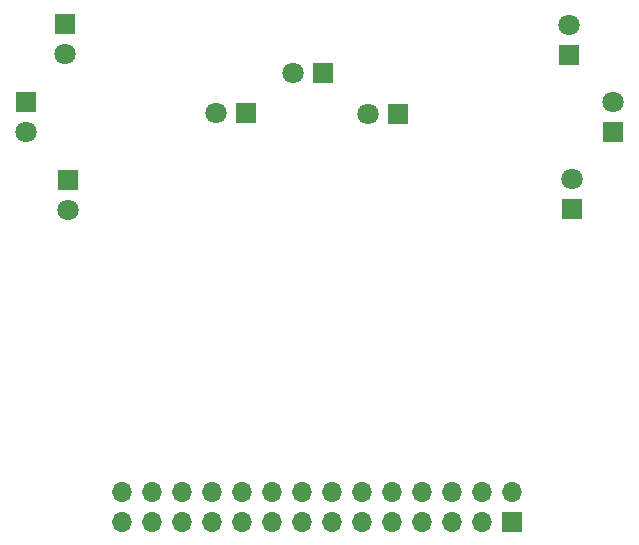
<source format=gbr>
%TF.GenerationSoftware,KiCad,Pcbnew,(7.0.0)*%
%TF.CreationDate,2024-03-24T15:02:48+02:00*%
%TF.ProjectId,MMPCB,4d4d5043-422e-46b6-9963-61645f706362,rev?*%
%TF.SameCoordinates,Original*%
%TF.FileFunction,Soldermask,Bot*%
%TF.FilePolarity,Negative*%
%FSLAX46Y46*%
G04 Gerber Fmt 4.6, Leading zero omitted, Abs format (unit mm)*
G04 Created by KiCad (PCBNEW (7.0.0)) date 2024-03-24 15:02:48*
%MOMM*%
%LPD*%
G01*
G04 APERTURE LIST*
%ADD10R,1.800000X1.800000*%
%ADD11C,1.800000*%
%ADD12R,1.700000X1.700000*%
%ADD13O,1.700000X1.700000*%
G04 APERTURE END LIST*
D10*
%TO.C,Q6*%
X170074999Y-108749999D03*
D11*
X170075000Y-106210000D03*
%TD*%
D10*
%TO.C,Q5*%
X145449999Y-103824999D03*
D11*
X142910000Y-103825000D03*
%TD*%
D10*
%TO.C,Q4*%
X120324999Y-106249999D03*
D11*
X120325000Y-108790000D03*
%TD*%
D12*
%TO.C,J1*%
X161519999Y-141799999D03*
D13*
X161519999Y-139259999D03*
X158979999Y-141799999D03*
X158979999Y-139259999D03*
X156439999Y-141799999D03*
X156439999Y-139259999D03*
X153899999Y-141799999D03*
X153899999Y-139259999D03*
X151359999Y-141799999D03*
X151359999Y-139259999D03*
X148819999Y-141799999D03*
X148819999Y-139259999D03*
X146279999Y-141799999D03*
X146279999Y-139259999D03*
X143739999Y-141799999D03*
X143739999Y-139259999D03*
X141199999Y-141799999D03*
X141199999Y-139259999D03*
X138659999Y-141799999D03*
X138659999Y-139259999D03*
X136119999Y-141799999D03*
X136119999Y-139259999D03*
X133579999Y-141799999D03*
X133579999Y-139259999D03*
X131039999Y-141799999D03*
X131039999Y-139259999D03*
X128499999Y-141799999D03*
X128499999Y-139259999D03*
%TD*%
D10*
%TO.C,D6*%
X166524999Y-115274999D03*
D11*
X166525000Y-112735000D03*
%TD*%
%TO.C,D5*%
X166325000Y-99735000D03*
D10*
X166324999Y-102274999D03*
%TD*%
D11*
%TO.C,D4*%
X149335000Y-107275000D03*
D10*
X151874999Y-107274999D03*
%TD*%
%TO.C,D3*%
X138974999Y-107174999D03*
D11*
X136435000Y-107175000D03*
%TD*%
D10*
%TO.C,D2*%
X123674999Y-99624999D03*
D11*
X123675000Y-102165000D03*
%TD*%
D10*
%TO.C,D1*%
X123874999Y-112824999D03*
D11*
X123875000Y-115365000D03*
%TD*%
M02*

</source>
